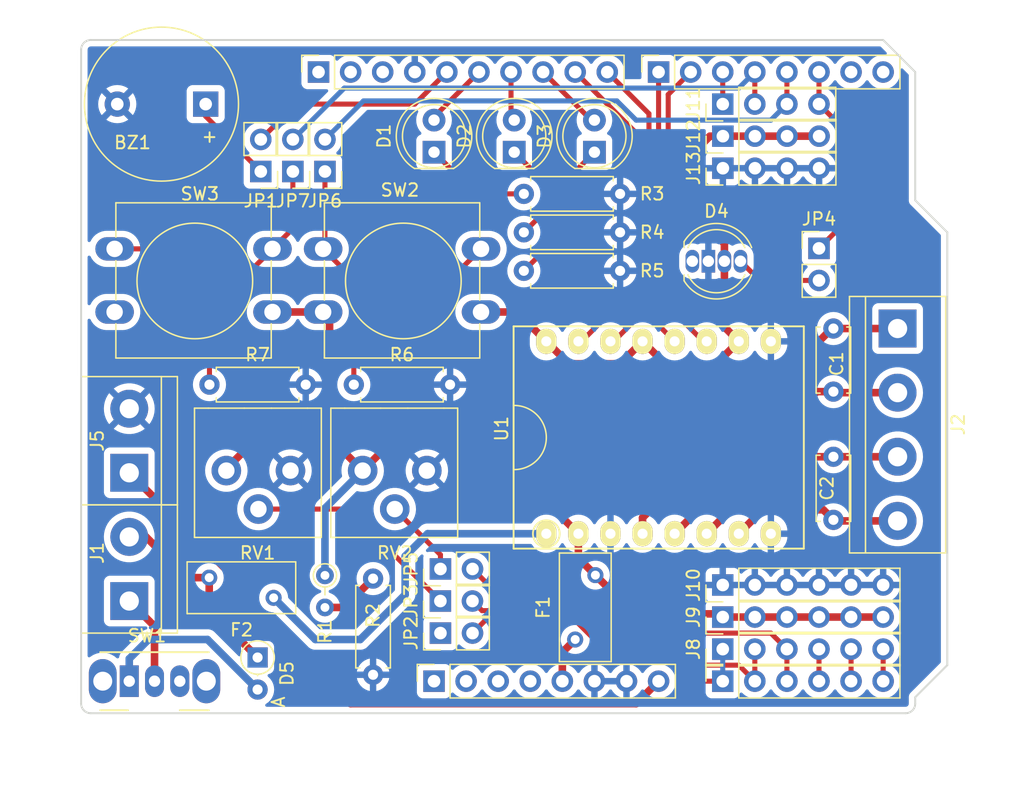
<source format=kicad_pcb>
(kicad_pcb (version 20211014) (generator pcbnew)

  (general
    (thickness 1.6)
  )

  (paper "A4")
  (title_block
    (date "mar. 31 mars 2015")
  )

  (layers
    (0 "F.Cu" signal)
    (31 "B.Cu" signal)
    (32 "B.Adhes" user "B.Adhesive")
    (33 "F.Adhes" user "F.Adhesive")
    (34 "B.Paste" user)
    (35 "F.Paste" user)
    (36 "B.SilkS" user "B.Silkscreen")
    (37 "F.SilkS" user "F.Silkscreen")
    (38 "B.Mask" user)
    (39 "F.Mask" user)
    (40 "Dwgs.User" user "User.Drawings")
    (41 "Cmts.User" user "User.Comments")
    (42 "Eco1.User" user "User.Eco1")
    (43 "Eco2.User" user "User.Eco2")
    (44 "Edge.Cuts" user)
    (45 "Margin" user)
    (46 "B.CrtYd" user "B.Courtyard")
    (47 "F.CrtYd" user "F.Courtyard")
    (48 "B.Fab" user)
    (49 "F.Fab" user)
  )

  (setup
    (stackup
      (layer "F.SilkS" (type "Top Silk Screen"))
      (layer "F.Paste" (type "Top Solder Paste"))
      (layer "F.Mask" (type "Top Solder Mask") (color "Green") (thickness 0.01))
      (layer "F.Cu" (type "copper") (thickness 0.035))
      (layer "dielectric 1" (type "core") (thickness 1.51) (material "FR4") (epsilon_r 4.5) (loss_tangent 0.02))
      (layer "B.Cu" (type "copper") (thickness 0.035))
      (layer "B.Mask" (type "Bottom Solder Mask") (color "Green") (thickness 0.01))
      (layer "B.Paste" (type "Bottom Solder Paste"))
      (layer "B.SilkS" (type "Bottom Silk Screen"))
      (copper_finish "None")
      (dielectric_constraints no)
    )
    (pad_to_mask_clearance 0)
    (aux_axis_origin 100 100)
    (grid_origin 100 100)
    (pcbplotparams
      (layerselection 0x00010f0_ffffffff)
      (disableapertmacros false)
      (usegerberextensions false)
      (usegerberattributes true)
      (usegerberadvancedattributes true)
      (creategerberjobfile true)
      (svguseinch false)
      (svgprecision 6)
      (excludeedgelayer true)
      (plotframeref false)
      (viasonmask false)
      (mode 1)
      (useauxorigin false)
      (hpglpennumber 1)
      (hpglpenspeed 20)
      (hpglpendiameter 15.000000)
      (dxfpolygonmode true)
      (dxfimperialunits true)
      (dxfusepcbnewfont true)
      (psnegative false)
      (psa4output false)
      (plotreference true)
      (plotvalue true)
      (plotinvisibletext false)
      (sketchpadsonfab false)
      (subtractmaskfromsilk false)
      (outputformat 1)
      (mirror false)
      (drillshape 0)
      (scaleselection 1)
      (outputdirectory "gerbers/")
    )
  )

  (net 0 "")
  (net 1 "GND")
  (net 2 "Net-(BZ1-Pad1)")
  (net 3 "+5V")
  (net 4 "/IOREF")
  (net 5 "/A0")
  (net 6 "/A1")
  (net 7 "/A2")
  (net 8 "/A3")
  (net 9 "/SDA{slash}A4")
  (net 10 "/SCL{slash}A5")
  (net 11 "/13")
  (net 12 "/12")
  (net 13 "/AREF")
  (net 14 "/8")
  (net 15 "/7")
  (net 16 "/*11")
  (net 17 "/*10")
  (net 18 "/*9")
  (net 19 "/4")
  (net 20 "/2")
  (net 21 "/*6")
  (net 22 "/*5")
  (net 23 "/TX{slash}1")
  (net 24 "/*3")
  (net 25 "/RX{slash}0")
  (net 26 "Net-(C1-Pad1)")
  (net 27 "Net-(C1-Pad2)")
  (net 28 "/~{RESET}")
  (net 29 "Net-(C2-Pad1)")
  (net 30 "Net-(C2-Pad2)")
  (net 31 "Net-(D1-Pad1)")
  (net 32 "Net-(D2-Pad1)")
  (net 33 "Net-(D3-Pad1)")
  (net 34 "Net-(F1-Pad1)")
  (net 35 "Net-(F2-Pad1)")
  (net 36 "/+BAT")
  (net 37 "Net-(F3-Pad1)")
  (net 38 "/STUP_IN")
  (net 39 "unconnected-(J4-Pad1)")
  (net 40 "/Vin")
  (net 41 "Net-(JP2-Pad1)")
  (net 42 "Net-(JP3-Pad1)")
  (net 43 "Net-(D4-Pad4)")
  (net 44 "Net-(JP5-Pad1)")
  (net 45 "Net-(JP6-Pad1)")
  (net 46 "Net-(JP7-Pad1)")
  (net 47 "unconnected-(D4-Pad1)")
  (net 48 "Net-(D5-Pad2)")

  (footprint "Connector_PinSocket_2.54mm:PinSocket_1x08_P2.54mm_Vertical" (layer "F.Cu") (at 127.94 97.46 90))

  (footprint "Connector_PinSocket_2.54mm:PinSocket_1x06_P2.54mm_Vertical" (layer "F.Cu") (at 150.8 97.46 90))

  (footprint "Connector_PinSocket_2.54mm:PinSocket_1x10_P2.54mm_Vertical" (layer "F.Cu") (at 118.796 49.2 90))

  (footprint "Connector_PinSocket_2.54mm:PinSocket_1x08_P2.54mm_Vertical" (layer "F.Cu") (at 145.72 49.2 90))

  (footprint "Resistor_THT:R_Axial_DIN0207_L6.3mm_D2.5mm_P7.62mm_Horizontal" (layer "F.Cu") (at 123.114 89.332 -90))

  (footprint "Connector_PinHeader_2.54mm:PinHeader_1x06_P2.54mm_Vertical" (layer "F.Cu") (at 150.8 89.84 90))

  (footprint "Fuse:Fuse_BelFuse_0ZRE0005FF_L8.3mm_W3.8mm" (layer "F.Cu") (at 139.116 94.158 90))

  (footprint "Connector_PinHeader_2.54mm:PinHeader_1x04_P2.54mm_Vertical" (layer "F.Cu") (at 150.8 51.74 90))

  (footprint "bl_kicad:NEOPIXEL_THT_D5.0mm-4_(OGVI)" (layer "F.Cu") (at 148.392 64.186))

  (footprint "Button_Switch_THT:SW_PUSH-12mm" (layer "F.Cu") (at 119.16 63.21))

  (footprint "bl_kicad:POT_SmallBlueArrow" (layer "F.Cu") (at 122.29 75.95 -90))

  (footprint "LED_THT:LED_D5.0mm" (layer "F.Cu") (at 134.29 55.55 90))

  (footprint "Connector_PinHeader_2.54mm:PinHeader_1x02_P2.54mm_Vertical" (layer "F.Cu") (at 116.764 57.079 180))

  (footprint "LED_THT:LED_D5.0mm" (layer "F.Cu") (at 140.64 55.55 90))

  (footprint "Connector_PinHeader_2.54mm:PinHeader_1x02_P2.54mm_Vertical" (layer "F.Cu") (at 128.448 93.65 90))

  (footprint "Connector_PinHeader_2.54mm:PinHeader_1x04_P2.54mm_Vertical" (layer "F.Cu") (at 150.81 56.82 90))

  (footprint "Connector_PinHeader_2.54mm:PinHeader_1x04_P2.54mm_Vertical" (layer "F.Cu") (at 150.81 54.28 90))

  (footprint "Button_Switch_THT:SW_PUSH-12mm" (layer "F.Cu") (at 102.65 63.21))

  (footprint "LED_THT:LED_D5.0mm" (layer "F.Cu") (at 127.94 55.55 90))

  (footprint "Connector_PinHeader_2.54mm:PinHeader_1x02_P2.54mm_Vertical" (layer "F.Cu") (at 119.304 57.079 180))

  (footprint "Resistor_THT:R_Axial_DIN0207_L6.3mm_D2.5mm_P7.62mm_Horizontal" (layer "F.Cu") (at 110.16 73.965))

  (footprint "Capacitor_THT:C_Disc_D5.0mm_W2.5mm_P5.00mm" (layer "F.Cu") (at 159.563 69.52 -90))

  (footprint "Capacitor_THT:C_Disc_D5.0mm_W2.5mm_P5.00mm" (layer "F.Cu") (at 159.563 79.68 -90))

  (footprint "TerminalBlock:TerminalBlock_bornier-2_P5.08mm" (layer "F.Cu") (at 103.81 80.95 90))

  (footprint "Resistor_THT:R_Axial_DIN0207_L6.3mm_D2.5mm_P7.62mm_Horizontal" (layer "F.Cu") (at 121.59 73.965))

  (footprint "Connector_PinHeader_2.54mm:PinHeader_1x02_P2.54mm_Vertical" (layer "F.Cu") (at 128.448 88.57 90))

  (footprint "Resistor_THT:R_Axial_DIN0207_L6.3mm_D2.5mm_P7.62mm_Horizontal" (layer "F.Cu") (at 135.052 58.852))

  (footprint "Resistor_THT:R_Axial_DIN0204_L3.6mm_D1.6mm_P2.54mm_Vertical" (layer "F.Cu") (at 119.304 89.078 -90))

  (footprint "Connector_PinHeader_2.54mm:PinHeader_1x02_P2.54mm_Vertical" (layer "F.Cu") (at 114.224 57.079 180))

  (footprint "Fuse:Fuse_BelFuse_0ZRE0005FF_L8.3mm_W3.8mm" (layer "F.Cu") (at 115.24 90.856 180))

  (footprint "Diode_THT:D_DO-35_SOD27_P2.54mm_Vertical_AnodeUp" (layer "F.Cu") (at 113.97 95.583686 -90))

  (footprint "bl_kicad:POT_SmallBlueArrow" (layer "F.Cu") (at 111.495 75.95 -90))

  (footprint "bl_kicad:Buzzer_11.45x8RM7" (layer "F.Cu") (at 110.16 51.74 180))

  (footprint "Button_Switch_THT:SW_CuK_OS102011MA1QN1_SPDT_Angled" (layer "F.Cu") (at 103.81 97.46))

  (footprint "TerminalBlock:TerminalBlock_bornier-4_P5.08mm" (layer "F.Cu") (at 164.643 69.52 -90))

  (footprint "TerminalBlock:TerminalBlock_bornier-2_P5.08mm" (layer "F.Cu") (at 103.81 91.11 90))

  (footprint "Resistor_THT:R_Axial_DIN0207_L6.3mm_D2.5mm_P7.62mm_Horizontal" (layer "F.Cu") (at 135.052 61.9))

  (footprint "Resistor_THT:R_Axial_DIN0207_L6.3mm_D2.5mm_P7.62mm_Horizontal" (layer "F.Cu") (at 135.052 64.948))

  (footprint "Connector_PinHeader_2.54mm:PinHeader_1x02_P2.54mm_Vertical" (layer "F.Cu") (at 128.443 91.11 90))

  (footprint "Connector_PinHeader_2.54mm:PinHeader_1x06_P2.54mm_Vertical" (layer "F.Cu") (at 150.8 94.92 90))

  (footprint "bl_kicad:DIP-16_600" (layer "F.Cu") (at 136.83 85.776 90))

  (footprint "Connector_PinHeader_2.54mm:PinHeader_1x02_P2.54mm_Vertical" (layer "F.Cu") (at 158.42 63.17))

  (footprint "Connector_PinHeader_2.54mm:PinHeader_1x06_P2.54mm_Vertical" (layer "F.Cu") (at 150.8 92.38 90))

  (gr_line (start 98.095 96.825) (end 98.095 87.935) (layer "Dwgs.User") (width 0.15) (tstamp 53e4740d-8877-45f6-ab44-50ec12588509))
  (gr_line (start 111.43 96.825) (end 98.095 96.825) (layer "Dwgs.User") (width 0.15) (tstamp 556cf23c-299b-4f67-9a25-a41fb8b5982d))
  (gr_rect (start 162.23 69.52) (end 167.31 77.14) (layer "Dwgs.User") (width 0.15) (fill none) (tstamp 58ce2ea3-aa66-45fe-b5e1-d11ebd935d6a))
  (gr_line (start 98.095 87.935) (end 111.43 87.935) (layer "Dwgs.User") (width 0.15) (tstamp 77f9193c-b405-498d-930b-ec247e51bb7e))
  (gr_line (start 93.65 67.615) (end 93.65 56.185) (layer "Dwgs.User") (width 0.15) (tstamp 886b3496-76f8-498c-900d-2acfeb3f3b58))
  (gr_line (start 111.43 87.935) (end 111.43 96.825) (layer "Dwgs.User") (width 0.15) (tstamp 92b33026-7cad-45d2-b531-7f20adda205b))
  (gr_line (start 109.525 56.185) (end 109.525 67.615) (layer "Dwgs.User") (width 0.15) (tstamp bf6edab4-3acb-4a87-b344-4fa26a7ce1ab))
  (gr_line (start 93.65 56.185) (end 109.525 56.185) (layer "Dwgs.User") (width 0.15) (tstamp da3f2702-9f42-46a9-b5f9-abfc74e86759))
  (gr_line (start 109.525 67.615) (end 93.65 67.615) (layer "Dwgs.User") (width 0.15) (tstamp fde342e7-23e6-43a1-9afe-f71547964d5d))
  (gr_line (start 166.04 59.36) (end 168.58 61.9) (layer "Edge.Cuts") (width 0.15) (tstamp 14983443-9435-48e9-8e51-6faf3f00bdfc))
  (gr_line (start 100 99.238) (end 100 47.422) (layer "Edge.Cuts") (width 0.15) (tstamp 16738e8d-f64a-4520-b480-307e17fc6e64))
  (gr_line (start 168.58 61.9) (end 168.58 96.19) (layer "Edge.Cuts") (width 0.15) (tstamp 58c6d72f-4bb9-4dd3-8643-c635155dbbd9))
  (gr_line (start 165.278 100) (end 100.762 100) (layer "Edge.Cuts") (width 0.15) (tstamp 63988798-ab74-4066-afcb-7d5e2915caca))
  (gr_line (start 100.762 46.66) (end 163.5 46.66) (layer "Edge.Cuts") (width 0.15) (tstamp 6fef40a2-9c09-4d46-b120-a8241120c43b))
  (gr_arc (start 100.762 100) (mid 100.223185 99.776815) (end 100 99.238) (layer "Edge.Cuts") (width 0.15) (tstamp 814cca0a-9069-4535-992b-1bc51a8012a6))
  (gr_line (start 168.58 96.19) (end 166.04 98.73) (layer "Edge.Cuts") (width 0.15) (tstamp 93ebe48c-2f88-4531-a8a5-5f344455d694))
  (gr_line (start 163.5 46.66) (end 166.04 49.2) (layer "Edge.Cuts") (width 0.15) (tstamp a1531b39-8dae-4637-9a8d-49791182f594))
  (gr_arc (start 166.04 99.238) (mid 165.816815 99.776815) (end 165.278 100) (layer "Edge.Cuts") (width 0.15) (tstamp b69d9560-b866-4a54-9fbe-fec8c982890e))
  (gr_line (start 166.04 49.2) (end 166.04 59.36) (layer "Edge.Cuts") (width 0.15) (tstamp e462bc5f-271d-43fc-ab39-c424cc8a72ce))
  (gr_line (start 166.04 98.73) (end 166.04 99.238) (layer "Edge.Cuts") (width 0.15) (tstamp ea66c48c-ef77-4435-9521-1af21d8c2327))
  (gr_arc (start 100 47.422) (mid 100.223185 46.883185) (end 100.762 46.66) (layer "Edge.Cuts") (width 0.15) (tstamp ef0ee1ce-7ed7-4e9c-abb9-dc0926a9353e))
  (gr_text "ICSP" (at 164.77 73.33 90) (layer "Dwgs.User") (tstamp 8a0ca77a-5f97-4d8b-bfbe-42a4f0eded41)
    (effects (font (size 1 1) (thickness 0.15)))
  )

  (segment (start 109.86 52.705) (end 109.86 51.74) (width 0.4) (layer "F.Cu") (net 2) (tstamp 522fb94f-aaf0-4ff2-b010-97bbbace5395))
  (segment (start 114.224 57.069) (end 109.86 52.705) (width 0.4) (layer "F.Cu") (net 2) (tstamp 6a098170-02d3-4053-87cf-e65620a56483))
  (segment (start 148.26 55.804) (end 148.26 60.122) (width 0.6) (layer "F.Cu") (net 3) (tstamp 099d783d-5f01-40dd-839e-278c8c1b19e0))
  (segment (start 144.45 70.536) (end 142.672 72.314) (width 0.6) (layer "F.Cu") (net 3) (tstamp 0e6d8633-e5e9-4308-a4b9-101236f7e977))
  (segment (start 138.481 72.187) (end 132.258 78.41) (width 0.6) (layer "F.Cu") (net 3) (tstamp 1b6b9e6b-01d8-431e-ba5a-4f154f486461))
  (segment (start 119.67 78.156) (end 119.67 68.72) (width 0.6) (layer "F.Cu") (net 3) (tstamp 1be996f4-7203-4818-8644-134c1cf98ce7))
  (segment (start 140.716 89.058) (end 143.784 92.126) (width 0.6) (layer "F.Cu") (net 3) (tstamp 20bc7e56-5ae1-4843-ac37-e63c5105d092))
  (segment (start 150.8 92.38) (end 153.34 92.38) (width 0.6) (layer "F.Cu") (net 3) (tstamp 20c65500-2139-4f32-9447-baaf76afe5a6))
  (segment (start 134.504 68.21) (end 131.66 68.21) (width 0.6) (layer "F.Cu") (net 3) (tstamp 216e04f2-ef53-4ec3-addb-834cdb1d2b9f))
  (segment (start 132.258 78.41) (end 132.258 78.664) (width 0.6) (layer "F.Cu") (net 3) (tstamp 294a7be3-2f8f-4f92-a2d0-f408c92b0e47))
  (segment (start 119.16 68.21) (end 115.15 68.21) (width 0.6) (layer "F.Cu") (net 3) (tstamp 2bffc7ac-67ac-4fcf-b4ed-2988f9e7e387))
  (segment (start 138.608 72.314) (end 138.481 72.187) (width 0.6) (layer "F.Cu") (net 3) (tstamp 2c82833a-223b-464b-ad22-b17697907089))
  (segment (start 155.88 92.38) (end 158.42 92.38) (width 0.6) (layer "F.Cu") (net 3) (tstamp 3e7a1022-f837-4fe1-bc73-a16de1b3783a))
  (segment (start 139.37 87.712) (end 140.716 89.058) (width 0.6) (layer "F.Cu") (net 3) (tstamp 42a59cbb-46b8-4db6-be5f-1b196f729910))
  (segment (start 139.37 85.776) (end 139.37 87.712) (width 0.6) (layer "F.Cu") (net 3) (tstamp 4c8dea1f-010c-42fb-8f63-958d8e8fe347))
  (segment (start 150.81 54.28) (end 149.784 54.28) (width 0.6) (layer "F.Cu") (net 3) (tstamp 5296c87c-3c85-4035-9c4d-4e68c21c65fd))
  (segment (start 138.481 72.187) (end 136.83 70.536) (width 0.6) (layer "F.Cu") (net 3) (tstamp 7a1420b5-329d-4ee8-93a8-80a5cb098e6f))
  (segment (start 153.34 92.38) (end 155.88 92.38) (width 0.6) (layer "F.Cu") (net 3) (tstamp 7cf81fe1-b08c-4d3b-8297-673b6ec8c9d3))
  (segment (start 155.89 54.28) (end 158.43 54.28) (width 0.6) (layer "F.Cu") (net 3) (tstamp 7f87f1d9-9090-41c1-873b-3f97d18ae5e5))
  (segment (start 160.96 92.38) (end 163.5 92.38) (width 0.6) (layer "F.Cu") (net 3) (tstamp 82b0ad7b-8152-42ff-8378-e8f3cc2ea354))
  (segment (start 150.932 62.794) (end 150.932 64.186) (width 0.6) (layer "F.Cu") (net 3) (tstamp 89498d22-1a83-4dd0-8a53-a441ff69aa4c))
  (segment (start 149.784 54.28) (end 148.26 55.804) (width 0.6) (layer "F.Cu") (net 3) (tstamp 8a3ca327-f37a-4fd0-8106-e84649723499))
  (segment (start 158.42 92.38) (end 160.96 92.38) (width 0.6) (layer "F.Cu") (net 3) (tstamp 963e894c-1736-45cc-9f21-181d9a47f910))
  (segment (start 124.402 78.664) (end 122.29 80.776) (width 0.6) (layer "F.Cu") (net 3) (tstamp 97d53e56-346f-4514-92b0-f11a2a01f430))
  (segment (start 148.26 60.122) (end 150.932 62.794) (width 0.6) (layer "F.Cu") (net 3) (tstamp 9ca2d432-6cf0-4958-baa7-185e7a3da45f))
  (segment (start 111.495 80.776) (end 111.495 80.631) (width 0.6) (layer "F.Cu") (net 3) (tstamp 9fcf03f8-51fe-43aa-8426-29d9039e5059))
  (segment (start 142.672 72.314) (end 138.608 72.314) (width 0.6) (layer "F.Cu") (net 3) (tstamp add43874-1428-49bc-b05c-2661290b5a16))
  (segment (start 153.35 54.28) (end 155.89 54.28) (width 0.6) (layer "F.Cu") (net 3) (tstamp b09a50c8-658e-4000-a40e-da118db85937))
  (segment (start 150.546 92.126) (end 150.8 92.38) (width 0.6) (layer "F.Cu") (net 3) (tstamp b9fe128f-369b-4944-b4f9-4cb119723dbd))
  (segment (start 150.038 72.568) (end 146.482 72.568) (width 0.6) (layer "F.Cu") (net 3) (tstamp bc6fac9b-9d1b-48b4-9795-175af1272664))
  (segment (start 146.482 72.568) (end 144.45 70.536) (width 0.6) (layer "F.Cu") (net 3) (tstamp bcd6e907-4266-463f-bfb6-2d18c8d69302))
  (segment (start 143.784 92.126) (end 150.546 92.126) (width 0.6) (layer "F.Cu") (net 3) (tstamp c25a6bc2-17a7-4ac8-96fd-cc5955ec8277))
  (segment (start 152.07 70.536) (end 150.038 72.568) (width 0.6) (layer "F.Cu") (net 3) (tstamp cff31ae6-a384-4820-bc57-64999efaaae0))
  (segment (start 132.258 78.664) (end 124.402 78.664) (width 0.6) (layer "F.Cu") (net 3) (tstamp d0c87d1a-c3ba-4653-8ce5-4fc32ad564ae))
  (segment (start 113.97 78.156) (end 119.67 78.156) (width 0.6) (layer "F.Cu") (net 3) (tstamp d5deaeee-72f4-4487-b5dc-61419d8b7435))
  (segment (start 150.932 69.398) (end 152.07 70.536) (width 0.6) (layer "F.Cu") (net 3) (tstamp dbc3f277-6167-438b-8969-582e93be7135))
  (segment (start 139.37 85.776) (end 132.258 78.664) (width 0.6) (layer "F.Cu") (net 3) (tstamp dc119b8f-3cb6-4658-96b7-6eafdcf44707))
  (segment (start 119.67 68.72) (end 119.16 68.21) (width 0.6) (layer "F.Cu") (net 3) (tstamp e662e571-364c-4161-89dd-265923befed6))
  (segment (start 119.67 78.156) (end 122.29 80.776) (width 0.6) (layer "F.Cu") (net 3) (tstamp eb8b080c-ec4e-40c7-9e85-21fd40398ea7))
  (segment (start 150.81 54.28) (end 153.35 54.28) (width 0.6) (layer "F.Cu") (net 3) (tstamp ece4c281-19c3-44be-9df3-e390ffdc7cdc))
  (segment (start 150.932 64.186) (end 150.932 69.398) (width 0.6) (layer "F.Cu") (net 3) (tstamp efa56c04-bd5a-4e43-8141-a15fdbc60429))
  (segment (start 111.495 80.631) (end 113.97 78.156) (width 0.6) (layer "F.Cu") (net 3) (tstamp f5c5f4c5-b8f1-400a-b452-12b863c5af80))
  (segment (start 136.83 70.536) (end 134.504 68.21) (width 0.6) (layer "F.Cu") (net 3) (tstamp fef1a879-da11-4315-9d26-96cd010f024e))
  (segment (start 122.29 80.776) (end 119.304 83.762) (width 0.6) (layer "B.Cu") (net 3) (tstamp 8192f36b-32f1-49f3-ae28-5a8978b202a2))
  (segment (start 119.304 83.762) (end 119.304 89.078) (width 0.6) (layer "B.Cu") (net 3) (tstamp f31188da-758a-4329-8b99-1d890046c86a))
  (segment (start 139.116 92.634) (end 132.004 92.634) (width 0.4) (layer "F.Cu") (net 5) (tstamp 45636b51-fd3f-4c49-be86-d00d5a7fe25e))
  (segment (start 150.8 97.46) (end 148.006 97.46) (width 0.4) (layer "F.Cu") (net 5) (tstamp 5eafba53-b303-4fdb-bcb0-e5ba692d6156))
  (segment (start 132.004 92.634) (end 130.988 93.65) (width 0.4) (layer "F.Cu") (net 5) (tstamp 8d48742f-61c0-47dd-87ba-2f9df3b8426a))
  (segment (start 145.212 94.666) (end 141.148 94.666) (width 0.4) (layer "F.Cu") (net 5) (tstamp b6e62464-8a45-4e95-97a0-b67f8df480d6))
  (segment (start 148.006 97.46) (end 145.212 94.666) (width 0.4) (layer "F.Cu") (net 5) (tstamp bd0f9f19-3bf1-40df-bc0e-71a2f2e87879))
  (segment (start 141.148 94.666) (end 139.116 92.634) (width 0.4) (layer "F.Cu") (net 5) (tstamp f9f707ef-26dd-4ef5-a654-6c8936d1267e))
  (segment (start 150.8 97.46) (end 150.8 94.92) (width 0.4) (layer "B.Cu") (net 5) (tstamp 1213c00d-1c70-46d8-992c-2cfe6a78e015))
  (segment (start 141.402 93.904) (end 139.37 91.872) (width 0.4) (layer "F.Cu") (net 6) (tstamp 0864a19a-0d9e-4ebe-ad4c-77bb8a19a84c))
  (segment (start 147.752 96.19) (end 145.466 93.904) (width 0.4) (layer "F.Cu") (net 6) (tstamp 114bc672-0458-4ee7-942c-e003337dad8a))
  (segment (start 131.745 91.872) (end 130.983 91.11) (width 0.4) (layer "F.Cu") (net 6) (tstamp 13f98492-93cb-4f38-b810-2510ef074f66))
  (segment (start 145.466 93.904) (end 141.402 93.904) (width 0.4) (layer "F.Cu") (net 6) (tstamp 3349c454-6127-48a2-84b3-c4a7aeb333c9))
  (segment (start 153.34 97.46) (end 153.34 94.92) (width 0.4) (layer "F.Cu") (net 6) (tstamp 679d09f4-4417-4d36-80ce-118f88b1bfb4))
  (segment (start 153.34 97.46) (end 152.07 96.19) (width 0.4) (layer "F.Cu") (net 6) (tstamp a5166ba3-82ed-4feb-a89c-4354afada157))
  (segment (start 152.07 96.19) (end 147.752 96.19) (width 0.4) (layer "F.Cu") (net 6) (tstamp eb0f8ef9-8e7b-4bb8-a285-be3406f2a220))
  (segment (start 139.37 91.872) (end 131.745 91.872) (width 0.4) (layer "F.Cu") (net 6) (tstamp fb6a7813-9c8a-49d4-b40b-8a92c820ff93))
  (segment (start 154.61 93.65) (end 146.228 93.65) (width 0.4) (layer "F.Cu") (net 7) (tstamp 1e3c762e-e94f-4390-a1d3-d1d81581191e))
  (segment (start 146.228 93.65) (end 145.72 93.142) (width 0.4) (layer "F.Cu") (net 7) (tstamp 3e6284d2-788f-4a48-9de0-f75bc4fd428b))
  (segment (start 139.624 91.11) (end 133.528 91.11) (width 0.4) (layer "F.Cu") (net 7) (tstamp 420c1315-90b9-420d-b3d8-d0e742ebf72f))
  (segment (start 155.88 94.92) (end 154.61 93.65) (width 0.4) (layer "F.Cu") (net 7) (tstamp 62e8ed3d-d911-4508-9279-afd4bbbd0974))
  (segment (start 141.656 93.142) (end 139.624 91.11) (width 0.4) (layer "F.Cu") (net 7) (tstamp 7f76a9af-042f-4434-80a7-ece1ebc642bb))
  (segment (start 155.88 97.46) (end 155.88 94.92) (width 0.4) (layer "F.Cu") (net 7) (tstamp 9111c2eb-ea57-4b05-a100-cd23f648dbbe))
  (segment (start 133.528 91.11) (end 130.988 88.57) (width 0.4) (layer "F.Cu") (net 7) (tstamp bf42a4f7-0826-4a6c-affc-94b40501f9ba))
  (segment (start 145.72 93.142) (end 141.656 93.142) (width 0.4) (layer "F.Cu") (net 7) (tstamp fbd973d1-270e-42e6-b55e-14728557b6a0))
  (segment (start 158.42 97.46) (end 158.42 94.92) (width 0.4) (layer "F.Cu") (net 8) (tstamp bebd5d06-ce48-47a7-bbcc-541960217e03))
  (segment (start 160.96 97.46) (end 160.96 94.92) (width 0.4) (layer "F.Cu") (net 9) (tstamp 858c77dc-2cc0-4bbb-a2c9-c87b15f826aa))
  (segment (start 163.5 97.46) (end 163.5 94.92) (width 0.4) (layer "F.Cu") (net 10) (tstamp fac7feee-c29c-497e-b2d1-5c8aa2854aab))
  (segment (start 117.013 51.74) (end 114.224 54.529) (width 0.4) (layer "F.Cu") (net 11) (tstamp 3c75fd2e-d912-4982-8e32-c496a329cdd9))
  (segment (start 128.956 49.2) (end 126.416 51.74) (width 0.4) (layer "F.Cu") (net 11) (tstamp 490f7dba-f395-4494-8a58-b3b2a3633be7))
  (segment (start 126.416 51.74) (end 117.013 51.74) (width 0.4) (layer "F.Cu") (net 11) (tstamp 63a5a3e5-bd35-4500-8127-c262661bd218))
  (segment (start 127.94 52.756) (end 127.94 53.01) (width 0.4) (layer "F.Cu") (net 12) (tstamp 6a9eb152-b577-4acf-97af-97a0b0b6d16a))
  (segment (start 131.496 49.2) (end 127.94 52.756) (width 0.4) (layer "F.Cu") (net 12) (tstamp dee7c7d7-941d-4f3a-9b4a-4c51d548227e))
  (segment (start 144.958 52.502) (end 144.958 67.742) (width 0.4) (layer "F.Cu") (net 14) (tstamp 065a8816-0311-4f37-a4b7-48e063cc3fc6))
  (segment (start 142.164 70.536) (end 141.91 70.536) (width 0.4) (layer "F.Cu") (net 14) (tstamp 0c155b47-445a-4c81-9e86-cbee2251fab4))
  (segment (start 141.656 49.2) (end 144.958 52.502) (width 0.4) (layer "F.Cu") (net 14) (tstamp 70d9143a-8e16-44d6-8a63-37687308acf7))
  (segment (start 144.958 67.742) (end 142.164 70.536) (width 0.4) (layer "F.Cu") (net 14) (tstamp ffd5edb7-163c-481c-b63c-bdd3ba95bd6e))
  (segment (start 145.72 69.266) (end 146.99 70.536) (width 0.4) (layer "F.Cu") (net 15) (tstamp 9e6630b3-a972-4041-9712-b988ff83cbf1))
  (segment (start 145.72 49.2) (end 145.72 69.266) (width 0.4) (layer "F.Cu") (net 15) (tstamp bc90cfd7-b85f-4f53-8aa5-b5c67b874657))
  (segment (start 134.036 52.756) (end 134.29 53.01) (width 0.4) (layer "F.Cu") (net 16) (tstamp d830090f-c075-4c96-8e0a-238540715206))
  (segment (start 134.036 49.2) (end 134.036 52.756) (width 0.4) (layer "F.Cu") (net 16) (tstamp f542abb7-46f6-4e35-be13-f63d46df3e6a))
  (segment (start 136.576 49.2) (end 140.386 53.01) (width 0.4) (layer "F.Cu") (net 17) (tstamp 316646f0-f942-4d4e-93bd-cb4f45ae819b))
  (segment (start 140.386 53.01) (end 140.64 53.01) (width 0.4) (layer "F.Cu") (net 17) (tstamp 52a57676-090f-45dc-a919-78e291ae6f51))
  (segment (start 139.116 49.2) (end 144.196 54.28) (width 0.4) (layer "F.Cu") (net 18) (tstamp 4630dc30-f35e-4991-bee0-a8a7fb152746))
  (segment (start 139.619 70.536) (end 139.37 70.536) (width 0.4) (layer "F.Cu") (net 18) (tstamp 6206762f-ae7c-4e03-bcd0-2e2fa0d64a86))
  (segment (start 144.196 54.28) (end 144.196 65.959) (width 0.4) (layer "F.Cu") (net 18) (tstamp 68e8825a-06fd-4b85-beff-acf30faec908))
  (segment (start 144.196 65.959) (end 139.619 70.536) (width 0.4) (layer "F.Cu") (net 18) (tstamp 732b1a81-a87d-4c38-883f-f78822748b4a))
  (segment (start 153.34 49.2) (end 153.34 51.74) (width 0.4) (layer "F.Cu") (net 19) (tstamp 3e44c44d-fe46-4b89-b42c-21115c132954))
  (segment (start 152.07 50.47) (end 120.833 50.47) (width 0.4) (layer "B.Cu") (net 19) (tstamp 87d9c45b-b4d7-49d1-81af-4fa02e45b21c))
  (segment (start 153.34 49.2) (end 152.07 50.47) (width 0.4) (layer "B.Cu") (net 19) (tstamp d1b1df5d-cf9c-4ef5-a197-f5508a9f9608))
  (segment (start 120.833 50.47) (end 116.764 54.539) (width 0.4) (layer "B.Cu") (net 19) (tstamp fecdd61c-8dd6-4224-a314-d88af6eb3793))
  (segment (start 158.42 49.2) (end 158.42 51.74) (width 0.4) (layer "F.Cu") (net 20) (tstamp 1ed647db-85f7-4914-a04a-75c1b5d30af8))
  (segment (start 160.706 60.884) (end 158.42 63.17) (width 0.4) (layer "F.Cu") (net 20) (tstamp 8ddeec34-eade-4a6b-8815-0b2c665f36db))
  (segment (start 160.706 54.026) (end 160.706 60.884) (width 0.4) (layer "F.Cu") (net 20) (tstamp b3504181-8d3f-4561-af0a-23abc263b022))
  (segment (start 158.42 51.74) (end 160.706 54.026) (width 0.4) (layer "F.Cu") (net 20) (tstamp dca674cc-43c4-4055-8095-c6c0f475627d))
  (segment (start 146.482 50.978) (end 146.482 67.757) (width 0.4) (layer "F.Cu") (net 21) (tstamp 18bbbb20-c28d-4a31-b7f3-97c5d4658c89))
  (segment (start 149.261 70.536) (end 149.53 70.536) (width 0.4) (layer "F.Cu") (net 21) (tstamp 551629f4-2b40-4cc8-a645-b90599f7d8d7))
  (segment (start 148.26 49.2) (end 146.482 50.978) (width 0.4) (layer "F.Cu") (net 21) (tstamp 626e515e-5ccf-4171-9530-63bbf5a2594c))
  (segment (start 146.482 67.757) (end 149.261 70.536) (width 0.4) (layer "F.Cu") (net 21) (tstamp d5934ca8-30d0-4c92-a0eb-e37fa1575a95))
  (segment (start 150.8 49.2) (end 150.8 51.74) (width 0.4) (layer "F.Cu") (net 22) (tstamp dc7b0851-5f5a-4291-83af-adbda4187a6c))
  (segment (start 155.88 49.2) (end 155.88 51.74) (width 0.4) (layer "F.Cu") (net 24) (tstamp 4ba958dc-5823-4c90-90a0-ca16b01ee7ff))
  (segment (start 122.357 51.486) (end 119.304 54.539) (width 0.4) (layer "B.Cu") (net 24) (tstamp 280cad14-2113-4b93-96a4-3c26d4ee1675))
  (segment (start 154.61 53.01) (end 143.942 53.01) (width 0.4) (layer "B.Cu") (net 24) (tstamp 7796615d-ee62-4b4d-ad63-ef0e7b5d1559))
  (segment (start 143.942 53.01) (end 142.418 51.486) (width 0.4) (layer "B.Cu") (net 24) (tstamp 89c98aa7-01de-4881-aca4-3af7ddada619))
  (segment (start 142.418 51.486) (end 122.357 51.486) (width 0.4) (layer "B.Cu") (net 24) (tstamp 9f732bd4-e559-4ac1-9391-2746944eb78d))
  (segment (start 155.88 51.74) (end 154.61 53.01) (width 0.4) (layer "B.Cu") (net 24) (tstamp a46f6ece-f6b6-4ffe-a44c-15c3f27af033))
  (segment (start 159.436 69.52) (end 144.45 84.506) (width 0.6) (layer "F.Cu") (net 26) (tstamp 40abd4c3-0f6b-4ad1-8135-6045f0ef66c6))
  (segment (start 159.563 69.52) (end 159.436 69.52) (width 0.6) (layer "F.Cu") (net 26) (tstamp 4edbc9d2-d9df-47af-bc22-2377b4f502b2))
  (segment (start 144.45 84.506) (end 144.45 85.776) (width 0.6) (layer "F.Cu") (net 26) (tstamp 81f80da8-88cd-4196-8564-a4f9e2058442))
  (segment (start 164.643 69.52) (end 159.563 69.52) (width 0.6) (layer "F.Cu") (net 26) (tstamp aca405cd-5669-402c-a4fe-f3910af5342b))
  (segment (start 159.643 74.6) (end 159.563 74.52) (width 0.6) (layer "F.Cu") (net 27) (tstamp 5ae4ec0a-7302-4b61-83eb-6f7c7b28cb00))
  (segment (start 159.563 74.52) (end 158.2435 74.52) (width 0.6) (layer "F.Cu") (net 27) (tstamp 9776eaea-8a3f-4b8b-a1e9-d46c51d7498f))
  (segment (start 146.99 85.7735) (end 146.99 85.776) (width 0.6) (layer "F.Cu") (net 27) (tstamp bdd0d982-c3d1-458c-8df8-14aada6d58cb))
  (segment (start 158.2435 74.52) (end 146.99 85.7735) (width 0.6) (layer "F.Cu") (net 27) (tstamp cf631b64-0569-4a9b-a1be-50d648b6172f))
  (segment (start 164.643 74.6) (end 159.643 74.6) (width 0.6) (layer "F.Cu") (net 27) (tstamp eed8b048-d426-4f47-9a72-d8b0ede01a7a))
  (segment (start 155.6235 79.68) (end 149.53 85.7735) (width 0.6) (layer "F.Cu") (net 29) (tstamp 49082f4c-1592-446c-943b-928ea4b41c7a))
  (segment (start 164.643 79.68) (end 159.563 79.68) (width 0.6) (layer "F.Cu") (net 29) (tstamp 8ec0a1f8-60f7-4479-9ab3-5507ad4db985))
  (segment (start 159.563 79.68) (end 155.6235 79.68) (width 0.6) (layer "F.Cu") (net 29) (tstamp c8a6d3fc-a30e-42e6-9608-d48cd1c5fdca))
  (segment (start 149.53 85.7735) (end 149.53 85.776) (width 0.6) (layer "F.Cu") (net 29) (tstamp d8b263b1-838e-4854-85e0-f0d1b2ef6dc8))
  (segment (start 159.643 84.76) (end 159.563 84.68) (width 0.6) (layer "F.Cu") (net 30) (tstamp 070213f5-1048-4066-9082-b9f07399f726))
  (segment (start 158.763001 83.880001) (end 153.963499 83.880001) (width 0.6) (layer "F.Cu") (net 30) (tstamp 070eb6ca-018c-41c4-90b4-ae0b5879bbab))
  (segment (start 164.643 84.76) (end 159.643 84.76) (width 0.6) (layer "F.Cu") (net 30) (tstamp 2a402592-3edb-40d5-ac44-3d77a530a529))
  (segment (start 153.963499 83.880001) (end 152.07 85.7735) (width 0.6) (layer "F.Cu") (net 30) (tstamp 2e396bb3-0022-4f8a-9d5c-40391557d031))
  (segment (start 152.07 85.7735) (end 152.07 85.776) (width 0.6) (layer "F.Cu") (net 30) (tstamp 841645bf-fb2c-4a39-af87-e9363ed8b188))
  (segment (start 159.563 84.68) (end 158.763001 83.880001) (width 0.6) (layer "F.Cu") (net 30) (tstamp cb6e4ca9-a57e-43be-86f3-bc8c67937ad1))
  (segment (start 127.94 55.55) (end 131.242 58.852) (width 0.4) (layer "F.Cu") (net 31) (tstamp 05a181d4-94af-4a24-b1aa-dedc921a1a5f))
  (segment (start 131.242 58.852) (end 135.052 58.852) (width 0.4) (layer "F.Cu") (net 31) (tstamp 6f4afcef-fef4-4182-94aa-23ee9bcef543))
  (segment (start 136.83 58.09) (end 136.83 60.122) (width 0.4) (layer "F.Cu") (net 32) (tstamp 710d50fb-7387-441d-9b16-0aa337b1ec71))
  (segment (start 136.83 60.122) (end 135.052 61.9) (width 0.4) (layer "F.Cu") (net 32) (tstamp 72ebabed-66ad-4290-9db7-62236070a443))
  (segment (start 134.29 55.55) (end 136.83 58.09) (width 0.4) (layer "F.Cu") (net 32) (tstamp b8d338a3-df97-4551-856e-2c8637162325))
  (segment (start 137.846 62.154) (end 135.052 64.948) (width 0.4) (layer "F.Cu") (net 33) (tstamp 402bceec-de45-4375-ab24-f064e46a10fa))
  (segment (start 137.846 58.344) (end 137.846 62.154) (width 0.4) (layer "F.Cu") (net 33) (tstamp 8a7c2608-418f-4714-839c-8fb7405fa62d))
  (segment (start 140.64 55.55) (end 137.846 58.344) (width 0.4) (layer "F.Cu") (net 33) (tstamp db46a9c9-8e04-47bb-9d0d-bda6480db91e))
  (segment (start 138.1 95.174) (end 138.1 97.46) (width 0.6) (layer "F.Cu") (net 34) (tstamp 1ea1425e-5069-4357-aaf5-39a0dc08b8c8))
  (segment (start 139.116 94.158) (end 138.1 95.174) (width 0.6) (layer "F.Cu") (net 34) (tstamp 82c1d70f-a818-4165-b8c4-37832796f4ce))
  (segment (start 127.432 85.776) (end 125.654 87.554) (width 0.6) (layer "B.Cu") (net 35) (tstamp 10072ed4-73aa-4082-951b-1de373ef3a2c))
  (segment (start 136.83 85.776) (end 127.432 85.776) (width 0.6) (layer "B.Cu") (net 35) (tstamp 134e8c8a-21e1-4b9a-bba1-bff628148d2a))
  (segment (start 122.098 94.158) (end 118.542 94.158) (width 0.6) (layer "B.Cu") (net 35) (tstamp 227bc2d9-c8dc-4cb0-a23d-19d05442b1f6))
  (segment (start 125.654 90.602) (end 122.098 94.158) (width 0.6) (layer "B.Cu") (net 35) (tstamp 63882e5a-d577-4810-9383-0b3476a36f8f))
  (segment (start 125.654 87.554) (end 125.654 90.602) (width 0.6) (layer "B.Cu") (net 35) (tstamp 8fda284a-066c-407f-9a33-1d399cfa51fb))
  (segment (start 118.542 94.158) (end 115.24 90.856) (width 0.6) (layer "B.Cu") (net 35) (tstamp ac149570-d4c3-4fdf-a9b0-23e9ae5c428e))
  (segment (start 108.362 89.256) (end 110.14 89.256) (width 0.6) (layer "F.Cu") (net 36) (tstamp 3d02f5d3-9faf-4ba8-b5e9-70c51c02a5f5))
  (segment (start 105.136 86.03) (end 108.362 89.256) (width 0.6) (layer "F.Cu") (net 36) (tstamp 47eb0181-e33d-4cca-b434-af0c8ae3f18b))
  (segment (start 110.14 91.753686) (end 113.97 95.583686) (width 0.6) (layer "F.Cu") (net 36) (tstamp 6e450155-666c-441f-999f-0eae14e1de67))
  (segment (start 110.14 89.256) (end 110.14 91.753686) (width 0.6) (layer "F.Cu") (net 36) (tstamp 7a3ddd51-d34b-49d0-b343-f455bb514de7))
  (segment (start 103.81 86.03) (end 105.136 86.03) (width 0.6) (layer "F.Cu") (net 36) (tstamp b085fa87-70c5-4d88-a8ab-90f8ff9a29cc))
  (segment (start 105.81 93.11) (end 103.81 91.11) (width 0.6) (layer "F.Cu") (net 38) (tstamp 83764133-e923-47f3-91a2-eb1faa8024a0))
  (segment (start 105.81 97.46) (end 105.81 93.11) (width 0.6) (layer "F.Cu") (net 38) (tstamp 9c2f06bd-6dcf-4570-a188-b9202ae6b6e9))
  (segment (start 112.192 89.332) (end 103.81 80.95) (width 0.6) (layer "F.Cu") (net 40) (tstamp 31f8af8b-7503-413d-8f5b-08abec4767c5))
  (segment (start 121.336 99.238) (end 112.192 90.094) (width 0.6) (layer "F.Cu") (net 40) (tstamp 42b6d3c1-dc05-4578-86c9-13b1c9bce3fc))
  (segment (start 145.72 97.46) (end 143.942 99.238) (width 0.6) (layer "F.Cu") (net 40) (tstamp 5744aa54-959f-46b5-972d-7ccc4af3ee29))
  (segment (start 143.942 99.238) (end 121.336 99.238) (width 0.6) (layer "F.Cu") (net 40) (tstamp 95aafedf-0e87-49e4-a742-8a9d4557c870))
  (segment (start 112.192 90.094) (end 112.192 89.332) (width 0.6) (layer "F.Cu") (net 40) (tstamp abf1a26f-f492-427d-ae07-dec469deeb81))
  (segment (start 119.304 91.618) (end 120.828 91.618) (width 0.6) (layer "F.Cu") (net 41) (tstamp 2bac3806-bc9a-40a9-9007-83547cb85d73))
  (segment (start 120.828 91.618) (end 123.114 89.332) (width 0.6) (layer "F.Cu") (net 41) (tstamp d14815f1-37b1-4b9f-a346-e032dc48f520))
  (segment (start 121.162 83.824) (end 114.035 83.824) (width 0.4) (layer "F.Cu") (net 42) (tstamp 3d378eea-33b1-4999-94c9-092fb950ef16))
  (segment (start 128.443 91.105) (end 121.162 83.824) (width 0.4) (layer "F.Cu") (net 42) (tstamp 3fdda6d8-fdf0-4713-9eb3-296b3ac56c86))
  (segment (start 128.443 91.11) (end 128.443 91.105) (width 0.4) (layer "F.Cu") (net 42) (tstamp 5fb0f0a8-ea7f-47e9-b531-04bde528acdb))
  (segment (start 158.42 65.71) (end 153.726 65.71) (width 0.4) (layer "F.Cu") (net 43) (tstamp bc1c4ecf-c348-4712-acd6-7b422c2f516c))
  (segment (start 153.726 65.71) (end 152.202 64.186) (width 0.4) (layer "F.Cu") (net 43) (tstamp da518b51-0225-47c9-8e79-ac46371449ca))
  (segment (start 128.448 88.57) (end 128.448 87.442) (width 0.4) (layer "F.Cu") (net 44) (tstamp 62228737-4fae-462a-97dc-ee3c41a75b7e))
  (segment (start 128.448 87.442) (end 124.83 83.824) (width 0.4) (layer "F.Cu") (net 44) (tstamp 92950490-3e7f-49c8-836c-6ad0a96fd90a))
  (segment (start 129.23 65.64) (end 131.66 63.21) (width 0.4) (layer "F.Cu") (net 45) (tstamp 013b0573-1d85-4953-aac5-036a63993a7c))
  (segment (start 121.59 65.64) (end 129.23 65.64) (width 0.4) (layer "F.Cu") (net 45) (tstamp 1466a582-f02e-4dec-90b0-02f634106384))
  (segment (start 119.304 57.079) (end 119.304 63.066) (width 0.4) (layer "F.Cu") (net 45) (tstamp 15a29fd0-18bf-4a65-8eb6-e2fbf82355fd))
  (segment (start 119.16 63.21) (end 121.59 65.64) (width 0.4) (layer "F.Cu") (net 45) (tstamp 4dedda3e-d316-49b0-93f2-e65d8eec455d))
  (segment (start 121.59 65.64) (end 121.59 73.965) (width 0.4) (layer "F.Cu") (net 45) (tstamp 7fb62146-923b-4600-a8af-385198173808))
  (segment (start 119.304 63.066) (end 119.16 63.21) (width 0.4) (layer "F.Cu") (net 45) (tstamp fea8847c-7685-4aa3-92ec-11ff5a802407))
  (segment (start 116.764 57.079) (end 116.764 61.596) (width 0.4) (layer "F.Cu") (net 46) (tstamp 24c8e1cc-286c-4b56-8b2f-3ce37dec68c8))
  (segment (start 116.764 61.596) (end 115.15 63.21) (width 0.4) (layer "F.Cu") (net 46) (tstamp 565b43e3-720c-4c5c-bd58-8a7886ae9dea))
  (segment (start 110.16 68.2) (end 110.16 73.965) (width 0.4) (layer "F.Cu") (net 46) (tstamp 630f7c72-3376-461e-baaa-ef6737797326))
  (segment (start 110.16 68.2) (end 105.17 63.21) (width 0.4) (layer "F.Cu") (net 46) (tstamp 91dc2c6f-a59e-4f01-be74-a1a47ff2c35d))
  (segment (start 105.17 63.21) (end 102.65 63.21) (width 0.4) (layer "F.Cu") (net 46) (tstamp aa861f4b-bb02-490b-9bbe-c562634e116e))
  (segment (start 115.15 63.21) (end 110.16 68.2) (width 0.4) (layer "F.Cu") (net 46) (tstamp c509f28d-3e2c-4b00-827b-1aa978a1cba5))
  (segment (start 105.334 94.158) (end 103.81 95.682) (width 0.6) (layer "B.Cu") (net 48) (tstamp 1ba481f8-dd73-4330-9946-b1b6b510ac34))
  (segment (start 110.004314 94.158) (end 105.334 94.158) (width 0.6) (layer "B.Cu") (net 48) (tstamp 3ec660b3-0052-47f2-9183-86b1b28bb160))
  (segment (start 113.97 98.123686) (end 110.004314 94.158) (width 0.6) (layer "B.Cu") (net 48) (tstamp bf0d8ae5-5ba9-4ee9-85b4-bbb5c8bc8edc))
  (segment (start 103.81 95.682) (end 103.81 97.46) (width 0.6) (layer "B.Cu") (net 48) (tstamp fc79b91b-72b0-41b8-9917-9f3f28d7ea94))

  (zone (net 1) (net_name "GND") (layer "B.Cu") (tstamp ae690083-f745-442d-9a71-9fdd9da6aa8c) (hatch edge 0.508)
    (connect_pads (clearance 0.508))
    (min_thickness 0.254) (filled_areas_thickness no)
    (fill yes (thermal_gap 0.508) (thermal_bridge_width 0.508))
    (polygon
      (pts
        (xy 174.676 104.064)
        (xy 96.952 104.064)
        (xy 96.952 44.374)
        (xy 97.286678 44.436579)
        (xy 174.676 44.12)
      )
    )
    (filled_polygon
      (layer "B.Cu")
      (pts
        (xy 163.305304 47.188502)
        (xy 163.326278 47.205405)
        (xy 163.753042 47.632169)
        (xy 163.787068 47.694481)
        (xy 163.782003 47.765296)
        (xy 163.739456 47.822132)
        (xy 163.672936 47.846943)
        (xy 163.641855 47.845311)
        (xy 163.628284 47.842894)
        (xy 163.554452 47.841992)
        (xy 163.410081 47.840228)
        (xy 163.410079 47.840228)
        (xy 163.404911 47.840165)
        (xy 163.184091 47.873955)
        (xy 162.971756 47.943357)
        (xy 162.773607 48.046507)
        (xy 162.769474 48.04961)
        (xy 162.769471 48.049612)
        (xy 162.5991 48.17753)
        (xy 162.594965 48.180635)
        (xy 162.591393 48.184373)
        (xy 162.483729 48.297037)
        (xy 162.440629 48.342138)
        (xy 162.333201 48.499621)
        (xy 162.278293 48.544621)
        (xy 162.207768 48.552792)
        (xy 162.144021 48.521538)
        (xy 162.123324 48.497054)
        (xy 162.042822 48.372617)
        (xy 162.04282 48.372614)
        (xy 162.040014 48.368277)
        (xy 161.88967 48.203051)
        (xy 161.885619 48.199852)
        (xy 161.885615 48.199848)
        (xy 161.718414 48.0678)
        (xy 161.71841 48.067798)
        (xy 161.714359 48.064598)
        (xy 161.678028 48.044542)
        (xy 161.662136 48.035769)
        (xy 161.518789 47.956638)
        (xy 161.51392 47.954914)
        (xy 161.513916 47.954912)
        (xy 161.313087 47.883795)
        (xy 161.313083 47.883794)
        (xy 161.308212 47.882069)
        (xy 161.303119 47.881162)
        (xy 161.303116 47.881161)
        (xy 161.093373 47.8438)
        (xy 161.093367 47.843799)
        (xy 161.088284 47.842894)
        (xy 161.014452 47.841992)
        (xy 160.870081 47.840228)
        (xy 160.870079 47.840228)
        (xy 160.864911 47.840165)
        (xy 160.644091 47.873955)
        (xy 160.431756 47.943357)
        (xy 160.233607 48.046507)
        (xy 160.229474 48.04961)
        (xy 160.229471 48.049612)
        (xy 160.0591 48.17753)
        (xy 160.054965 48.180635)
        (xy 160.051393 48.184373)
        (xy 159.943729 48.297037)
        (xy 159.900629 48.342138)
        (xy 159.793201 48.499621)
        (xy 159.738293 48.544621)
        (xy 159.667768 48.552792)
        (xy 159.604021 48.521538)
        (xy 159.583324 48.497054)
        (xy 159.502822 48.372617)
        (xy 159.50282 48.372614)
        (xy 159.500014 48.368277)
        (xy 159.34967 48.203051)
        (xy 159.345619 48.199852)
        (xy 159.345615 48.199848)
        (xy 159.178414 48.0678)
        (xy 159.17841 48.067798)
        (xy 159.174359 48.064598)
        (xy 159.138028 48.044542)
        (xy 159.122136 48.035769)
        (xy 158.978789 47.956638)
        (xy 158.97392 47.954914)
        (xy 158.973916 47.954912)
        (xy 158.773087 47.883795)
        (xy 158.773083 47.883794)
        (xy 158.768212 47.882069)
        (xy 158.763119 47.881162)
        (xy 158.763116 47.881161)
        (xy 158.553373 47.8438)
        (xy 158.553367 47.843799)
        (xy 158.548284 47.842894)
        (xy 158.474452 47.841992)
        (xy 158.330081 47.840228)
        (xy 158.330079 47.840228)
        (xy 158.324911 47.840165)
        (xy 158.104091 47.873955)
        (xy 157.891756 47.943357)
        (xy 157.693607 48.046507)
        (xy 157.689474 48.04961)
        (xy 157.689471 48.049612)
        (xy 157.5191 48.17753)
        (xy 157.514965 48.180635)
        (xy 157.511393 48.184373)
        (xy 157.403729 48.297037)
        (xy 157.360629 48.342138)
        (xy 157.253201 48.499621)
        (xy 157.198293 48.544621)
        (xy 157.127768 48.552792)
        (xy 157.064021 48.521538)
        (xy 157.043324 48.497054)
        (xy 156.962822 48.372617)
        (xy 156.96282 48.372614)
        (xy 156.960014 48.368277)
        (xy 156.80967 48.203051)
        (xy 156.805619 48.199852)
        (xy 156.805615 48.199848)
        (xy 156.638414 48.0678)
        (xy 156.63841 48.067798)
        (xy 156.634359 48.064598)
        (xy 156.598028 48.044542)
        (xy 156.582136 48.035769)
        (xy 156.438789 47.956638)
        (xy 156.43392 47.954914)
        (xy 156.433916 47.954912)
        (xy 156.233087 47.883795)
        (xy 156.233083 47.883794)
        (xy 156.228212 47.882069)
        (xy 156.223119 47.881162)
        (xy 156.223116 47.881161)
        (xy 156.013373 47.8438)
        (xy 156.013367 47.843799)
        (xy 156.008284 47.842894)
        (xy 155.934452 47.841992)
        (xy 155.790081 47.840228)
        (xy 155.790079 47.840228)
        (xy 155.784911 47.840165)
        (xy 155.564091 47.873955)
        (xy 155.351756 47.943357)
        (xy 155.153607 48.046507)
        (xy 155.149474 48.04961)
        (xy 155.149471 48.049612)
        (xy 154.9791 48.17753)
        (xy 154.974965 48.180635)
        (xy 154.971393 48.184373)
        (xy 154.863729 48.297037)
        (xy 154.820629 48.342138)
        (xy 154.713201 48.499621)
        (xy 154.658293 48.544621)
        (xy 154.587768 48.552792)
        (xy 154.524021 48.521538)
        (xy 154.503324 48.497054)
        (xy 154.422822 48.372617)
        (xy 154.42282 48.372614)
        (xy 154.420014 48.368277)
        (xy 154.26967 48.203051)
        (xy 154.265619 48.199852)
        (xy 154.265615 48.199848)
        (xy 154.098414 48.0678)
        (xy 154.09841 48.067798)
        (xy 154.094359 48.064598)
        (xy 154.058028 48.044542)
        (xy 154.042136 48.035769)
        (xy 153.898789 47.956638)
        (xy 153.89392 47.954914)
        (xy 153.893916 47.954912)
        (xy 153.693087 47.883795)
        (xy 153.693083 47.883794)
        (xy 153.688212 47.882069)
        (xy 153.683119 47.881162)
        (xy 153.683116 47.881161)
        (xy 153.473373 47.8438)
        (xy 153.473367 47.843799)
        (xy 153.468284 47.842894)
        (xy 153.394452 47.841992)
        (xy 153.250081 47.840228)
        (xy 153.250079 47.840228)
        (xy 153.244911 47.840165)
        (xy 153.024091 47.873955)
        (xy 152.811756 47.943357)
        (xy 152.613607 48.046507)
        (xy 152.609474 48.04961)
        (xy 152.609471 48.049612)
        (xy 152.4391 48.17753)
        (xy 152.434965 48.180635)
        (xy 152.431393 48.184373)
        (xy 152.323729 48.297037)
        (xy 152.280629 48.342138)
        (xy 152.173201 48.499621)
        (xy 152.118293 48.544621)
        (xy 152.047768 48.552792)
        (xy 151.984021 48.521538)
        (xy 151.963324 48.497054)
        (xy 151.882822 48.372617)
        (xy 151.88282 48.372614)
        (xy 151.880014 48.368277)
        (xy 151.72967 48.203051)
        (xy 151.725619 48.199852)
        (xy 151.725615 48.199848)
        (xy 151.558414 48.0678)
        (xy 151.55841 48.067798)
        (xy 151.554359 48.064598)
        (xy 151.518028 48.044542)
        (xy 151.502136 48.035769)
        (xy 151.358789 47.956638)
        (xy 151.35392 47.954914)
        (xy 151.353916 47.954912)
        (xy 151.153087 47.883795)
        (xy 151.153083 47.883794)
        (xy 151.148212 47.882069)
        (xy 151.143119 47.881162)
        (xy 151.143116 47.881161)
        (xy 150.933373 47.8438)
        (xy 150.933367 47.843799)
        (xy 150.928284 47.842894)
        (xy 150.854452 47.841992)
        (xy 150.710081 47.840228)
        (xy 150.710079 47.840228)
        (xy 150.704911 47.840165)
        (xy 150.484091 47.873955)
        (xy 150.271756 47.943357)
        (xy 150.073607 48.046507)
        (xy 150.069474 48.04961)
        (xy 150.069471 48.049612)
        (xy 149.8991 48.17753)
        (xy 149.894965 48.180635)
        (xy 149.891393 48.184373)
        (xy 149.783729 48.297037)
        (xy 149.740629 48.342138)
        (xy 149.633201 48.499621)
        (xy 149.578293 48.544621)
        (xy 149.507768 48.552792)
        (xy 149.444021 48.521538)
        (xy 149.423324 48.497054)
        (xy 149.342822 48.372617)
        (xy 149.34282 48.372614)
        (xy 149.340014 48.368277)
        (xy 149.18967 48.203051)
        (xy 149.185619 48.199852)
        (xy 149.185615 48.199848)
        (xy 149.018414 48.0678)
        (xy 149.01841 48.067798)
        (xy 149.014359 48.064598)
        (xy 148.978028 48.044542)
        (xy 148.962136 48.035769)
        (xy 148.818789 47.956638)
        (xy 148.81392 47.954914)
        (xy 148.813916 47.954912)
        (xy 148.613087 47.883795)
        (xy 148.613083 47.883794)
        (xy 148.608212 47.882069)
        (xy 148.603119 47.881162)
        (xy 148.603116 47.881161)
        (xy 148.393373 47.8438)
        (xy 148.393367 47.843799)
        (xy 148.388284 47.842894)
        (xy 148.314452 47.841992)
        (xy 148.170081 47.840228)
        (xy 148.170079 47.840228)
        (xy 148.164911 47.840165)
        (
... [326010 chars truncated]
</source>
